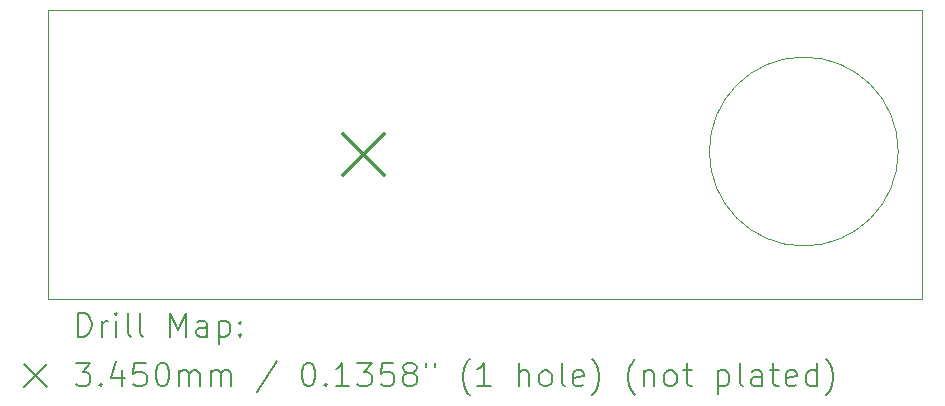
<source format=gbr>
%TF.GenerationSoftware,KiCad,Pcbnew,8.0.4*%
%TF.CreationDate,2024-08-27T21:07:48-03:00*%
%TF.ProjectId,memo,6d656d6f-2e6b-4696-9361-645f70636258,rev?*%
%TF.SameCoordinates,Original*%
%TF.FileFunction,Drillmap*%
%TF.FilePolarity,Positive*%
%FSLAX45Y45*%
G04 Gerber Fmt 4.5, Leading zero omitted, Abs format (unit mm)*
G04 Created by KiCad (PCBNEW 8.0.4) date 2024-08-27 21:07:48*
%MOMM*%
%LPD*%
G01*
G04 APERTURE LIST*
%ADD10C,0.100000*%
%ADD11C,0.200000*%
%ADD12C,0.345000*%
G04 APERTURE END LIST*
D10*
X17150000Y-8350000D02*
G75*
G02*
X15550000Y-8350000I-800000J0D01*
G01*
X15550000Y-8350000D02*
G75*
G02*
X17150000Y-8350000I800000J0D01*
G01*
X9950000Y-7150000D02*
X17350000Y-7150000D01*
X17350000Y-9600000D01*
X9950000Y-9600000D01*
X9950000Y-7150000D01*
D11*
D12*
X12452500Y-8201000D02*
X12797500Y-8546000D01*
X12797500Y-8201000D02*
X12452500Y-8546000D01*
D11*
X10205777Y-9916484D02*
X10205777Y-9716484D01*
X10205777Y-9716484D02*
X10253396Y-9716484D01*
X10253396Y-9716484D02*
X10281967Y-9726008D01*
X10281967Y-9726008D02*
X10301015Y-9745055D01*
X10301015Y-9745055D02*
X10310539Y-9764103D01*
X10310539Y-9764103D02*
X10320063Y-9802198D01*
X10320063Y-9802198D02*
X10320063Y-9830770D01*
X10320063Y-9830770D02*
X10310539Y-9868865D01*
X10310539Y-9868865D02*
X10301015Y-9887912D01*
X10301015Y-9887912D02*
X10281967Y-9906960D01*
X10281967Y-9906960D02*
X10253396Y-9916484D01*
X10253396Y-9916484D02*
X10205777Y-9916484D01*
X10405777Y-9916484D02*
X10405777Y-9783150D01*
X10405777Y-9821246D02*
X10415301Y-9802198D01*
X10415301Y-9802198D02*
X10424824Y-9792674D01*
X10424824Y-9792674D02*
X10443872Y-9783150D01*
X10443872Y-9783150D02*
X10462920Y-9783150D01*
X10529586Y-9916484D02*
X10529586Y-9783150D01*
X10529586Y-9716484D02*
X10520063Y-9726008D01*
X10520063Y-9726008D02*
X10529586Y-9735531D01*
X10529586Y-9735531D02*
X10539110Y-9726008D01*
X10539110Y-9726008D02*
X10529586Y-9716484D01*
X10529586Y-9716484D02*
X10529586Y-9735531D01*
X10653396Y-9916484D02*
X10634348Y-9906960D01*
X10634348Y-9906960D02*
X10624824Y-9887912D01*
X10624824Y-9887912D02*
X10624824Y-9716484D01*
X10758158Y-9916484D02*
X10739110Y-9906960D01*
X10739110Y-9906960D02*
X10729586Y-9887912D01*
X10729586Y-9887912D02*
X10729586Y-9716484D01*
X10986729Y-9916484D02*
X10986729Y-9716484D01*
X10986729Y-9716484D02*
X11053396Y-9859341D01*
X11053396Y-9859341D02*
X11120063Y-9716484D01*
X11120063Y-9716484D02*
X11120063Y-9916484D01*
X11301015Y-9916484D02*
X11301015Y-9811722D01*
X11301015Y-9811722D02*
X11291491Y-9792674D01*
X11291491Y-9792674D02*
X11272443Y-9783150D01*
X11272443Y-9783150D02*
X11234348Y-9783150D01*
X11234348Y-9783150D02*
X11215301Y-9792674D01*
X11301015Y-9906960D02*
X11281967Y-9916484D01*
X11281967Y-9916484D02*
X11234348Y-9916484D01*
X11234348Y-9916484D02*
X11215301Y-9906960D01*
X11215301Y-9906960D02*
X11205777Y-9887912D01*
X11205777Y-9887912D02*
X11205777Y-9868865D01*
X11205777Y-9868865D02*
X11215301Y-9849817D01*
X11215301Y-9849817D02*
X11234348Y-9840293D01*
X11234348Y-9840293D02*
X11281967Y-9840293D01*
X11281967Y-9840293D02*
X11301015Y-9830770D01*
X11396253Y-9783150D02*
X11396253Y-9983150D01*
X11396253Y-9792674D02*
X11415301Y-9783150D01*
X11415301Y-9783150D02*
X11453396Y-9783150D01*
X11453396Y-9783150D02*
X11472443Y-9792674D01*
X11472443Y-9792674D02*
X11481967Y-9802198D01*
X11481967Y-9802198D02*
X11491491Y-9821246D01*
X11491491Y-9821246D02*
X11491491Y-9878389D01*
X11491491Y-9878389D02*
X11481967Y-9897436D01*
X11481967Y-9897436D02*
X11472443Y-9906960D01*
X11472443Y-9906960D02*
X11453396Y-9916484D01*
X11453396Y-9916484D02*
X11415301Y-9916484D01*
X11415301Y-9916484D02*
X11396253Y-9906960D01*
X11577205Y-9897436D02*
X11586729Y-9906960D01*
X11586729Y-9906960D02*
X11577205Y-9916484D01*
X11577205Y-9916484D02*
X11567682Y-9906960D01*
X11567682Y-9906960D02*
X11577205Y-9897436D01*
X11577205Y-9897436D02*
X11577205Y-9916484D01*
X11577205Y-9792674D02*
X11586729Y-9802198D01*
X11586729Y-9802198D02*
X11577205Y-9811722D01*
X11577205Y-9811722D02*
X11567682Y-9802198D01*
X11567682Y-9802198D02*
X11577205Y-9792674D01*
X11577205Y-9792674D02*
X11577205Y-9811722D01*
X9745000Y-10145000D02*
X9945000Y-10345000D01*
X9945000Y-10145000D02*
X9745000Y-10345000D01*
X10186729Y-10136484D02*
X10310539Y-10136484D01*
X10310539Y-10136484D02*
X10243872Y-10212674D01*
X10243872Y-10212674D02*
X10272444Y-10212674D01*
X10272444Y-10212674D02*
X10291491Y-10222198D01*
X10291491Y-10222198D02*
X10301015Y-10231722D01*
X10301015Y-10231722D02*
X10310539Y-10250770D01*
X10310539Y-10250770D02*
X10310539Y-10298389D01*
X10310539Y-10298389D02*
X10301015Y-10317436D01*
X10301015Y-10317436D02*
X10291491Y-10326960D01*
X10291491Y-10326960D02*
X10272444Y-10336484D01*
X10272444Y-10336484D02*
X10215301Y-10336484D01*
X10215301Y-10336484D02*
X10196253Y-10326960D01*
X10196253Y-10326960D02*
X10186729Y-10317436D01*
X10396253Y-10317436D02*
X10405777Y-10326960D01*
X10405777Y-10326960D02*
X10396253Y-10336484D01*
X10396253Y-10336484D02*
X10386729Y-10326960D01*
X10386729Y-10326960D02*
X10396253Y-10317436D01*
X10396253Y-10317436D02*
X10396253Y-10336484D01*
X10577205Y-10203150D02*
X10577205Y-10336484D01*
X10529586Y-10126960D02*
X10481967Y-10269817D01*
X10481967Y-10269817D02*
X10605777Y-10269817D01*
X10777205Y-10136484D02*
X10681967Y-10136484D01*
X10681967Y-10136484D02*
X10672444Y-10231722D01*
X10672444Y-10231722D02*
X10681967Y-10222198D01*
X10681967Y-10222198D02*
X10701015Y-10212674D01*
X10701015Y-10212674D02*
X10748634Y-10212674D01*
X10748634Y-10212674D02*
X10767682Y-10222198D01*
X10767682Y-10222198D02*
X10777205Y-10231722D01*
X10777205Y-10231722D02*
X10786729Y-10250770D01*
X10786729Y-10250770D02*
X10786729Y-10298389D01*
X10786729Y-10298389D02*
X10777205Y-10317436D01*
X10777205Y-10317436D02*
X10767682Y-10326960D01*
X10767682Y-10326960D02*
X10748634Y-10336484D01*
X10748634Y-10336484D02*
X10701015Y-10336484D01*
X10701015Y-10336484D02*
X10681967Y-10326960D01*
X10681967Y-10326960D02*
X10672444Y-10317436D01*
X10910539Y-10136484D02*
X10929586Y-10136484D01*
X10929586Y-10136484D02*
X10948634Y-10146008D01*
X10948634Y-10146008D02*
X10958158Y-10155531D01*
X10958158Y-10155531D02*
X10967682Y-10174579D01*
X10967682Y-10174579D02*
X10977205Y-10212674D01*
X10977205Y-10212674D02*
X10977205Y-10260293D01*
X10977205Y-10260293D02*
X10967682Y-10298389D01*
X10967682Y-10298389D02*
X10958158Y-10317436D01*
X10958158Y-10317436D02*
X10948634Y-10326960D01*
X10948634Y-10326960D02*
X10929586Y-10336484D01*
X10929586Y-10336484D02*
X10910539Y-10336484D01*
X10910539Y-10336484D02*
X10891491Y-10326960D01*
X10891491Y-10326960D02*
X10881967Y-10317436D01*
X10881967Y-10317436D02*
X10872444Y-10298389D01*
X10872444Y-10298389D02*
X10862920Y-10260293D01*
X10862920Y-10260293D02*
X10862920Y-10212674D01*
X10862920Y-10212674D02*
X10872444Y-10174579D01*
X10872444Y-10174579D02*
X10881967Y-10155531D01*
X10881967Y-10155531D02*
X10891491Y-10146008D01*
X10891491Y-10146008D02*
X10910539Y-10136484D01*
X11062920Y-10336484D02*
X11062920Y-10203150D01*
X11062920Y-10222198D02*
X11072444Y-10212674D01*
X11072444Y-10212674D02*
X11091491Y-10203150D01*
X11091491Y-10203150D02*
X11120063Y-10203150D01*
X11120063Y-10203150D02*
X11139110Y-10212674D01*
X11139110Y-10212674D02*
X11148634Y-10231722D01*
X11148634Y-10231722D02*
X11148634Y-10336484D01*
X11148634Y-10231722D02*
X11158158Y-10212674D01*
X11158158Y-10212674D02*
X11177205Y-10203150D01*
X11177205Y-10203150D02*
X11205777Y-10203150D01*
X11205777Y-10203150D02*
X11224824Y-10212674D01*
X11224824Y-10212674D02*
X11234348Y-10231722D01*
X11234348Y-10231722D02*
X11234348Y-10336484D01*
X11329586Y-10336484D02*
X11329586Y-10203150D01*
X11329586Y-10222198D02*
X11339110Y-10212674D01*
X11339110Y-10212674D02*
X11358158Y-10203150D01*
X11358158Y-10203150D02*
X11386729Y-10203150D01*
X11386729Y-10203150D02*
X11405777Y-10212674D01*
X11405777Y-10212674D02*
X11415301Y-10231722D01*
X11415301Y-10231722D02*
X11415301Y-10336484D01*
X11415301Y-10231722D02*
X11424824Y-10212674D01*
X11424824Y-10212674D02*
X11443872Y-10203150D01*
X11443872Y-10203150D02*
X11472443Y-10203150D01*
X11472443Y-10203150D02*
X11491491Y-10212674D01*
X11491491Y-10212674D02*
X11501015Y-10231722D01*
X11501015Y-10231722D02*
X11501015Y-10336484D01*
X11891491Y-10126960D02*
X11720063Y-10384103D01*
X12148634Y-10136484D02*
X12167682Y-10136484D01*
X12167682Y-10136484D02*
X12186729Y-10146008D01*
X12186729Y-10146008D02*
X12196253Y-10155531D01*
X12196253Y-10155531D02*
X12205777Y-10174579D01*
X12205777Y-10174579D02*
X12215301Y-10212674D01*
X12215301Y-10212674D02*
X12215301Y-10260293D01*
X12215301Y-10260293D02*
X12205777Y-10298389D01*
X12205777Y-10298389D02*
X12196253Y-10317436D01*
X12196253Y-10317436D02*
X12186729Y-10326960D01*
X12186729Y-10326960D02*
X12167682Y-10336484D01*
X12167682Y-10336484D02*
X12148634Y-10336484D01*
X12148634Y-10336484D02*
X12129586Y-10326960D01*
X12129586Y-10326960D02*
X12120063Y-10317436D01*
X12120063Y-10317436D02*
X12110539Y-10298389D01*
X12110539Y-10298389D02*
X12101015Y-10260293D01*
X12101015Y-10260293D02*
X12101015Y-10212674D01*
X12101015Y-10212674D02*
X12110539Y-10174579D01*
X12110539Y-10174579D02*
X12120063Y-10155531D01*
X12120063Y-10155531D02*
X12129586Y-10146008D01*
X12129586Y-10146008D02*
X12148634Y-10136484D01*
X12301015Y-10317436D02*
X12310539Y-10326960D01*
X12310539Y-10326960D02*
X12301015Y-10336484D01*
X12301015Y-10336484D02*
X12291491Y-10326960D01*
X12291491Y-10326960D02*
X12301015Y-10317436D01*
X12301015Y-10317436D02*
X12301015Y-10336484D01*
X12501015Y-10336484D02*
X12386729Y-10336484D01*
X12443872Y-10336484D02*
X12443872Y-10136484D01*
X12443872Y-10136484D02*
X12424825Y-10165055D01*
X12424825Y-10165055D02*
X12405777Y-10184103D01*
X12405777Y-10184103D02*
X12386729Y-10193627D01*
X12567682Y-10136484D02*
X12691491Y-10136484D01*
X12691491Y-10136484D02*
X12624825Y-10212674D01*
X12624825Y-10212674D02*
X12653396Y-10212674D01*
X12653396Y-10212674D02*
X12672444Y-10222198D01*
X12672444Y-10222198D02*
X12681967Y-10231722D01*
X12681967Y-10231722D02*
X12691491Y-10250770D01*
X12691491Y-10250770D02*
X12691491Y-10298389D01*
X12691491Y-10298389D02*
X12681967Y-10317436D01*
X12681967Y-10317436D02*
X12672444Y-10326960D01*
X12672444Y-10326960D02*
X12653396Y-10336484D01*
X12653396Y-10336484D02*
X12596253Y-10336484D01*
X12596253Y-10336484D02*
X12577206Y-10326960D01*
X12577206Y-10326960D02*
X12567682Y-10317436D01*
X12872444Y-10136484D02*
X12777206Y-10136484D01*
X12777206Y-10136484D02*
X12767682Y-10231722D01*
X12767682Y-10231722D02*
X12777206Y-10222198D01*
X12777206Y-10222198D02*
X12796253Y-10212674D01*
X12796253Y-10212674D02*
X12843872Y-10212674D01*
X12843872Y-10212674D02*
X12862920Y-10222198D01*
X12862920Y-10222198D02*
X12872444Y-10231722D01*
X12872444Y-10231722D02*
X12881967Y-10250770D01*
X12881967Y-10250770D02*
X12881967Y-10298389D01*
X12881967Y-10298389D02*
X12872444Y-10317436D01*
X12872444Y-10317436D02*
X12862920Y-10326960D01*
X12862920Y-10326960D02*
X12843872Y-10336484D01*
X12843872Y-10336484D02*
X12796253Y-10336484D01*
X12796253Y-10336484D02*
X12777206Y-10326960D01*
X12777206Y-10326960D02*
X12767682Y-10317436D01*
X12996253Y-10222198D02*
X12977206Y-10212674D01*
X12977206Y-10212674D02*
X12967682Y-10203150D01*
X12967682Y-10203150D02*
X12958158Y-10184103D01*
X12958158Y-10184103D02*
X12958158Y-10174579D01*
X12958158Y-10174579D02*
X12967682Y-10155531D01*
X12967682Y-10155531D02*
X12977206Y-10146008D01*
X12977206Y-10146008D02*
X12996253Y-10136484D01*
X12996253Y-10136484D02*
X13034348Y-10136484D01*
X13034348Y-10136484D02*
X13053396Y-10146008D01*
X13053396Y-10146008D02*
X13062920Y-10155531D01*
X13062920Y-10155531D02*
X13072444Y-10174579D01*
X13072444Y-10174579D02*
X13072444Y-10184103D01*
X13072444Y-10184103D02*
X13062920Y-10203150D01*
X13062920Y-10203150D02*
X13053396Y-10212674D01*
X13053396Y-10212674D02*
X13034348Y-10222198D01*
X13034348Y-10222198D02*
X12996253Y-10222198D01*
X12996253Y-10222198D02*
X12977206Y-10231722D01*
X12977206Y-10231722D02*
X12967682Y-10241246D01*
X12967682Y-10241246D02*
X12958158Y-10260293D01*
X12958158Y-10260293D02*
X12958158Y-10298389D01*
X12958158Y-10298389D02*
X12967682Y-10317436D01*
X12967682Y-10317436D02*
X12977206Y-10326960D01*
X12977206Y-10326960D02*
X12996253Y-10336484D01*
X12996253Y-10336484D02*
X13034348Y-10336484D01*
X13034348Y-10336484D02*
X13053396Y-10326960D01*
X13053396Y-10326960D02*
X13062920Y-10317436D01*
X13062920Y-10317436D02*
X13072444Y-10298389D01*
X13072444Y-10298389D02*
X13072444Y-10260293D01*
X13072444Y-10260293D02*
X13062920Y-10241246D01*
X13062920Y-10241246D02*
X13053396Y-10231722D01*
X13053396Y-10231722D02*
X13034348Y-10222198D01*
X13148634Y-10136484D02*
X13148634Y-10174579D01*
X13224825Y-10136484D02*
X13224825Y-10174579D01*
X13520063Y-10412674D02*
X13510539Y-10403150D01*
X13510539Y-10403150D02*
X13491491Y-10374579D01*
X13491491Y-10374579D02*
X13481968Y-10355531D01*
X13481968Y-10355531D02*
X13472444Y-10326960D01*
X13472444Y-10326960D02*
X13462920Y-10279341D01*
X13462920Y-10279341D02*
X13462920Y-10241246D01*
X13462920Y-10241246D02*
X13472444Y-10193627D01*
X13472444Y-10193627D02*
X13481968Y-10165055D01*
X13481968Y-10165055D02*
X13491491Y-10146008D01*
X13491491Y-10146008D02*
X13510539Y-10117436D01*
X13510539Y-10117436D02*
X13520063Y-10107912D01*
X13701015Y-10336484D02*
X13586729Y-10336484D01*
X13643872Y-10336484D02*
X13643872Y-10136484D01*
X13643872Y-10136484D02*
X13624825Y-10165055D01*
X13624825Y-10165055D02*
X13605777Y-10184103D01*
X13605777Y-10184103D02*
X13586729Y-10193627D01*
X13939110Y-10336484D02*
X13939110Y-10136484D01*
X14024825Y-10336484D02*
X14024825Y-10231722D01*
X14024825Y-10231722D02*
X14015301Y-10212674D01*
X14015301Y-10212674D02*
X13996253Y-10203150D01*
X13996253Y-10203150D02*
X13967682Y-10203150D01*
X13967682Y-10203150D02*
X13948634Y-10212674D01*
X13948634Y-10212674D02*
X13939110Y-10222198D01*
X14148634Y-10336484D02*
X14129587Y-10326960D01*
X14129587Y-10326960D02*
X14120063Y-10317436D01*
X14120063Y-10317436D02*
X14110539Y-10298389D01*
X14110539Y-10298389D02*
X14110539Y-10241246D01*
X14110539Y-10241246D02*
X14120063Y-10222198D01*
X14120063Y-10222198D02*
X14129587Y-10212674D01*
X14129587Y-10212674D02*
X14148634Y-10203150D01*
X14148634Y-10203150D02*
X14177206Y-10203150D01*
X14177206Y-10203150D02*
X14196253Y-10212674D01*
X14196253Y-10212674D02*
X14205777Y-10222198D01*
X14205777Y-10222198D02*
X14215301Y-10241246D01*
X14215301Y-10241246D02*
X14215301Y-10298389D01*
X14215301Y-10298389D02*
X14205777Y-10317436D01*
X14205777Y-10317436D02*
X14196253Y-10326960D01*
X14196253Y-10326960D02*
X14177206Y-10336484D01*
X14177206Y-10336484D02*
X14148634Y-10336484D01*
X14329587Y-10336484D02*
X14310539Y-10326960D01*
X14310539Y-10326960D02*
X14301015Y-10307912D01*
X14301015Y-10307912D02*
X14301015Y-10136484D01*
X14481968Y-10326960D02*
X14462920Y-10336484D01*
X14462920Y-10336484D02*
X14424825Y-10336484D01*
X14424825Y-10336484D02*
X14405777Y-10326960D01*
X14405777Y-10326960D02*
X14396253Y-10307912D01*
X14396253Y-10307912D02*
X14396253Y-10231722D01*
X14396253Y-10231722D02*
X14405777Y-10212674D01*
X14405777Y-10212674D02*
X14424825Y-10203150D01*
X14424825Y-10203150D02*
X14462920Y-10203150D01*
X14462920Y-10203150D02*
X14481968Y-10212674D01*
X14481968Y-10212674D02*
X14491491Y-10231722D01*
X14491491Y-10231722D02*
X14491491Y-10250770D01*
X14491491Y-10250770D02*
X14396253Y-10269817D01*
X14558158Y-10412674D02*
X14567682Y-10403150D01*
X14567682Y-10403150D02*
X14586730Y-10374579D01*
X14586730Y-10374579D02*
X14596253Y-10355531D01*
X14596253Y-10355531D02*
X14605777Y-10326960D01*
X14605777Y-10326960D02*
X14615301Y-10279341D01*
X14615301Y-10279341D02*
X14615301Y-10241246D01*
X14615301Y-10241246D02*
X14605777Y-10193627D01*
X14605777Y-10193627D02*
X14596253Y-10165055D01*
X14596253Y-10165055D02*
X14586730Y-10146008D01*
X14586730Y-10146008D02*
X14567682Y-10117436D01*
X14567682Y-10117436D02*
X14558158Y-10107912D01*
X14920063Y-10412674D02*
X14910539Y-10403150D01*
X14910539Y-10403150D02*
X14891491Y-10374579D01*
X14891491Y-10374579D02*
X14881968Y-10355531D01*
X14881968Y-10355531D02*
X14872444Y-10326960D01*
X14872444Y-10326960D02*
X14862920Y-10279341D01*
X14862920Y-10279341D02*
X14862920Y-10241246D01*
X14862920Y-10241246D02*
X14872444Y-10193627D01*
X14872444Y-10193627D02*
X14881968Y-10165055D01*
X14881968Y-10165055D02*
X14891491Y-10146008D01*
X14891491Y-10146008D02*
X14910539Y-10117436D01*
X14910539Y-10117436D02*
X14920063Y-10107912D01*
X14996253Y-10203150D02*
X14996253Y-10336484D01*
X14996253Y-10222198D02*
X15005777Y-10212674D01*
X15005777Y-10212674D02*
X15024825Y-10203150D01*
X15024825Y-10203150D02*
X15053396Y-10203150D01*
X15053396Y-10203150D02*
X15072444Y-10212674D01*
X15072444Y-10212674D02*
X15081968Y-10231722D01*
X15081968Y-10231722D02*
X15081968Y-10336484D01*
X15205777Y-10336484D02*
X15186730Y-10326960D01*
X15186730Y-10326960D02*
X15177206Y-10317436D01*
X15177206Y-10317436D02*
X15167682Y-10298389D01*
X15167682Y-10298389D02*
X15167682Y-10241246D01*
X15167682Y-10241246D02*
X15177206Y-10222198D01*
X15177206Y-10222198D02*
X15186730Y-10212674D01*
X15186730Y-10212674D02*
X15205777Y-10203150D01*
X15205777Y-10203150D02*
X15234349Y-10203150D01*
X15234349Y-10203150D02*
X15253396Y-10212674D01*
X15253396Y-10212674D02*
X15262920Y-10222198D01*
X15262920Y-10222198D02*
X15272444Y-10241246D01*
X15272444Y-10241246D02*
X15272444Y-10298389D01*
X15272444Y-10298389D02*
X15262920Y-10317436D01*
X15262920Y-10317436D02*
X15253396Y-10326960D01*
X15253396Y-10326960D02*
X15234349Y-10336484D01*
X15234349Y-10336484D02*
X15205777Y-10336484D01*
X15329587Y-10203150D02*
X15405777Y-10203150D01*
X15358158Y-10136484D02*
X15358158Y-10307912D01*
X15358158Y-10307912D02*
X15367682Y-10326960D01*
X15367682Y-10326960D02*
X15386730Y-10336484D01*
X15386730Y-10336484D02*
X15405777Y-10336484D01*
X15624825Y-10203150D02*
X15624825Y-10403150D01*
X15624825Y-10212674D02*
X15643872Y-10203150D01*
X15643872Y-10203150D02*
X15681968Y-10203150D01*
X15681968Y-10203150D02*
X15701015Y-10212674D01*
X15701015Y-10212674D02*
X15710539Y-10222198D01*
X15710539Y-10222198D02*
X15720063Y-10241246D01*
X15720063Y-10241246D02*
X15720063Y-10298389D01*
X15720063Y-10298389D02*
X15710539Y-10317436D01*
X15710539Y-10317436D02*
X15701015Y-10326960D01*
X15701015Y-10326960D02*
X15681968Y-10336484D01*
X15681968Y-10336484D02*
X15643872Y-10336484D01*
X15643872Y-10336484D02*
X15624825Y-10326960D01*
X15834349Y-10336484D02*
X15815301Y-10326960D01*
X15815301Y-10326960D02*
X15805777Y-10307912D01*
X15805777Y-10307912D02*
X15805777Y-10136484D01*
X15996253Y-10336484D02*
X15996253Y-10231722D01*
X15996253Y-10231722D02*
X15986730Y-10212674D01*
X15986730Y-10212674D02*
X15967682Y-10203150D01*
X15967682Y-10203150D02*
X15929587Y-10203150D01*
X15929587Y-10203150D02*
X15910539Y-10212674D01*
X15996253Y-10326960D02*
X15977206Y-10336484D01*
X15977206Y-10336484D02*
X15929587Y-10336484D01*
X15929587Y-10336484D02*
X15910539Y-10326960D01*
X15910539Y-10326960D02*
X15901015Y-10307912D01*
X15901015Y-10307912D02*
X15901015Y-10288865D01*
X15901015Y-10288865D02*
X15910539Y-10269817D01*
X15910539Y-10269817D02*
X15929587Y-10260293D01*
X15929587Y-10260293D02*
X15977206Y-10260293D01*
X15977206Y-10260293D02*
X15996253Y-10250770D01*
X16062920Y-10203150D02*
X16139111Y-10203150D01*
X16091492Y-10136484D02*
X16091492Y-10307912D01*
X16091492Y-10307912D02*
X16101015Y-10326960D01*
X16101015Y-10326960D02*
X16120063Y-10336484D01*
X16120063Y-10336484D02*
X16139111Y-10336484D01*
X16281968Y-10326960D02*
X16262920Y-10336484D01*
X16262920Y-10336484D02*
X16224825Y-10336484D01*
X16224825Y-10336484D02*
X16205777Y-10326960D01*
X16205777Y-10326960D02*
X16196253Y-10307912D01*
X16196253Y-10307912D02*
X16196253Y-10231722D01*
X16196253Y-10231722D02*
X16205777Y-10212674D01*
X16205777Y-10212674D02*
X16224825Y-10203150D01*
X16224825Y-10203150D02*
X16262920Y-10203150D01*
X16262920Y-10203150D02*
X16281968Y-10212674D01*
X16281968Y-10212674D02*
X16291492Y-10231722D01*
X16291492Y-10231722D02*
X16291492Y-10250770D01*
X16291492Y-10250770D02*
X16196253Y-10269817D01*
X16462920Y-10336484D02*
X16462920Y-10136484D01*
X16462920Y-10326960D02*
X16443873Y-10336484D01*
X16443873Y-10336484D02*
X16405777Y-10336484D01*
X16405777Y-10336484D02*
X16386730Y-10326960D01*
X16386730Y-10326960D02*
X16377206Y-10317436D01*
X16377206Y-10317436D02*
X16367682Y-10298389D01*
X16367682Y-10298389D02*
X16367682Y-10241246D01*
X16367682Y-10241246D02*
X16377206Y-10222198D01*
X16377206Y-10222198D02*
X16386730Y-10212674D01*
X16386730Y-10212674D02*
X16405777Y-10203150D01*
X16405777Y-10203150D02*
X16443873Y-10203150D01*
X16443873Y-10203150D02*
X16462920Y-10212674D01*
X16539111Y-10412674D02*
X16548634Y-10403150D01*
X16548634Y-10403150D02*
X16567682Y-10374579D01*
X16567682Y-10374579D02*
X16577206Y-10355531D01*
X16577206Y-10355531D02*
X16586730Y-10326960D01*
X16586730Y-10326960D02*
X16596253Y-10279341D01*
X16596253Y-10279341D02*
X16596253Y-10241246D01*
X16596253Y-10241246D02*
X16586730Y-10193627D01*
X16586730Y-10193627D02*
X16577206Y-10165055D01*
X16577206Y-10165055D02*
X16567682Y-10146008D01*
X16567682Y-10146008D02*
X16548634Y-10117436D01*
X16548634Y-10117436D02*
X16539111Y-10107912D01*
M02*

</source>
